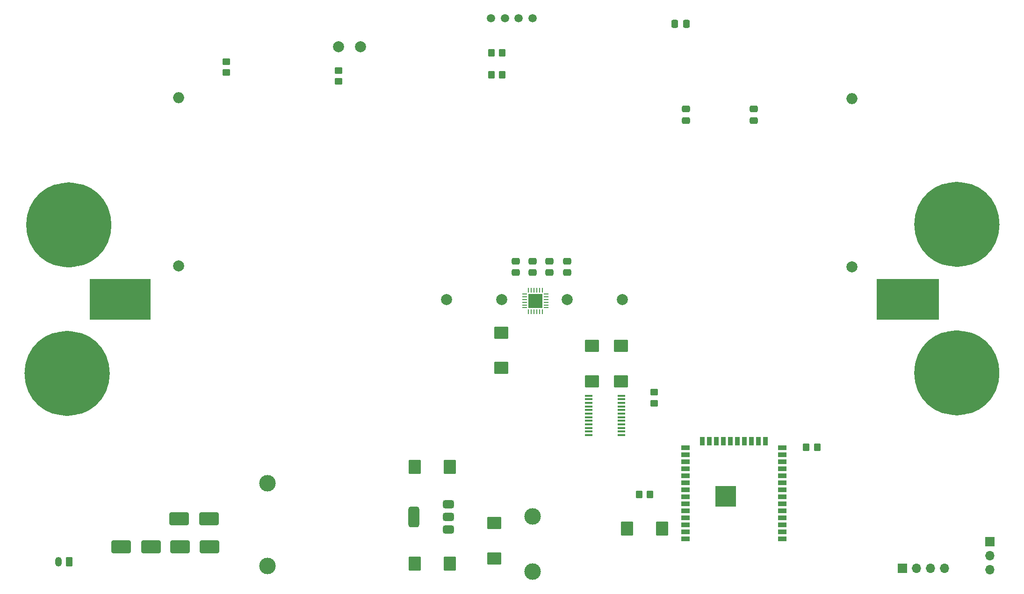
<source format=gbr>
G04 #@! TF.GenerationSoftware,KiCad,Pcbnew,8.0.1*
G04 #@! TF.CreationDate,2024-05-06T16:29:22+03:00*
G04 #@! TF.ProjectId,SmartAtt,536d6172-7441-4747-942e-6b696361645f,rev?*
G04 #@! TF.SameCoordinates,Original*
G04 #@! TF.FileFunction,Soldermask,Bot*
G04 #@! TF.FilePolarity,Negative*
%FSLAX46Y46*%
G04 Gerber Fmt 4.6, Leading zero omitted, Abs format (unit mm)*
G04 Created by KiCad (PCBNEW 8.0.1) date 2024-05-06 16:29:22*
%MOMM*%
%LPD*%
G01*
G04 APERTURE LIST*
G04 Aperture macros list*
%AMRoundRect*
0 Rectangle with rounded corners*
0 $1 Rounding radius*
0 $2 $3 $4 $5 $6 $7 $8 $9 X,Y pos of 4 corners*
0 Add a 4 corners polygon primitive as box body*
4,1,4,$2,$3,$4,$5,$6,$7,$8,$9,$2,$3,0*
0 Add four circle primitives for the rounded corners*
1,1,$1+$1,$2,$3*
1,1,$1+$1,$4,$5*
1,1,$1+$1,$6,$7*
1,1,$1+$1,$8,$9*
0 Add four rect primitives between the rounded corners*
20,1,$1+$1,$2,$3,$4,$5,0*
20,1,$1+$1,$4,$5,$6,$7,0*
20,1,$1+$1,$6,$7,$8,$9,0*
20,1,$1+$1,$8,$9,$2,$3,0*%
G04 Aperture macros list end*
%ADD10C,7.740254*%
%ADD11C,0.100000*%
%ADD12R,1.700000X1.700000*%
%ADD13O,1.700000X1.700000*%
%ADD14C,3.000000*%
%ADD15C,1.500000*%
%ADD16C,2.000000*%
%ADD17RoundRect,0.250000X0.350000X0.625000X-0.350000X0.625000X-0.350000X-0.625000X0.350000X-0.625000X0*%
%ADD18O,1.200000X1.750000*%
%ADD19RoundRect,0.250000X0.450000X-0.350000X0.450000X0.350000X-0.450000X0.350000X-0.450000X-0.350000X0*%
%ADD20RoundRect,0.250000X-1.500000X-0.900000X1.500000X-0.900000X1.500000X0.900000X-1.500000X0.900000X0*%
%ADD21RoundRect,0.250000X-0.475000X0.337500X-0.475000X-0.337500X0.475000X-0.337500X0.475000X0.337500X0*%
%ADD22RoundRect,0.250000X0.875000X1.025000X-0.875000X1.025000X-0.875000X-1.025000X0.875000X-1.025000X0*%
%ADD23RoundRect,0.250000X0.350000X0.450000X-0.350000X0.450000X-0.350000X-0.450000X0.350000X-0.450000X0*%
%ADD24RoundRect,0.250000X0.475000X-0.337500X0.475000X0.337500X-0.475000X0.337500X-0.475000X-0.337500X0*%
%ADD25RoundRect,0.250000X1.025000X-0.875000X1.025000X0.875000X-1.025000X0.875000X-1.025000X-0.875000X0*%
%ADD26RoundRect,0.250000X-0.350000X-0.450000X0.350000X-0.450000X0.350000X0.450000X-0.350000X0.450000X0*%
%ADD27RoundRect,0.250000X1.500000X0.900000X-1.500000X0.900000X-1.500000X-0.900000X1.500000X-0.900000X0*%
%ADD28R,1.500000X0.900000*%
%ADD29R,0.900000X1.500000*%
%ADD30C,0.600000*%
%ADD31R,3.800000X3.800000*%
%ADD32RoundRect,0.375000X0.625000X0.375000X-0.625000X0.375000X-0.625000X-0.375000X0.625000X-0.375000X0*%
%ADD33RoundRect,0.500000X0.500000X1.400000X-0.500000X1.400000X-0.500000X-1.400000X0.500000X-1.400000X0*%
%ADD34RoundRect,0.062500X-0.350000X-0.062500X0.350000X-0.062500X0.350000X0.062500X-0.350000X0.062500X0*%
%ADD35RoundRect,0.062500X-0.062500X-0.350000X0.062500X-0.350000X0.062500X0.350000X-0.062500X0.350000X0*%
%ADD36R,2.600000X2.600000*%
%ADD37O,2.000000X2.000000*%
%ADD38RoundRect,0.250000X0.337500X0.475000X-0.337500X0.475000X-0.337500X-0.475000X0.337500X-0.475000X0*%
%ADD39RoundRect,0.250000X-1.025000X0.875000X-1.025000X-0.875000X1.025000X-0.875000X1.025000X0.875000X0*%
%ADD40R,1.475000X0.450000*%
G04 APERTURE END LIST*
D10*
X235670127Y-77100000D02*
G75*
G02*
X227929873Y-77100000I-3870127J0D01*
G01*
X227929873Y-77100000D02*
G75*
G02*
X235670127Y-77100000I3870127J0D01*
G01*
X74860381Y-77200000D02*
G75*
G02*
X67120127Y-77200000I-3870127J0D01*
G01*
X67120127Y-77200000D02*
G75*
G02*
X74860381Y-77200000I3870127J0D01*
G01*
D11*
X74750000Y-87000000D02*
X85750000Y-87000000D01*
X85750000Y-94250000D01*
X74750000Y-94250000D01*
X74750000Y-87000000D01*
G36*
X74750000Y-87000000D02*
G01*
X85750000Y-87000000D01*
X85750000Y-94250000D01*
X74750000Y-94250000D01*
X74750000Y-87000000D01*
G37*
D10*
X74560381Y-104100000D02*
G75*
G02*
X66820127Y-104100000I-3870127J0D01*
G01*
X66820127Y-104100000D02*
G75*
G02*
X74560381Y-104100000I3870127J0D01*
G01*
D11*
X217250000Y-87000000D02*
X228500000Y-87000000D01*
X228500000Y-94250000D01*
X217250000Y-94250000D01*
X217250000Y-87000000D01*
G36*
X217250000Y-87000000D02*
G01*
X228500000Y-87000000D01*
X228500000Y-94250000D01*
X217250000Y-94250000D01*
X217250000Y-87000000D01*
G37*
D10*
X235660381Y-104000000D02*
G75*
G02*
X227920127Y-104000000I-3870127J0D01*
G01*
X227920127Y-104000000D02*
G75*
G02*
X235660381Y-104000000I3870127J0D01*
G01*
D12*
X237800000Y-134575000D03*
D13*
X237800000Y-137115000D03*
X237800000Y-139655000D03*
D14*
X107000000Y-139000000D03*
X107000000Y-124000000D03*
X155000000Y-130000000D03*
X155000000Y-140000000D03*
D15*
X147450000Y-39750000D03*
X149950000Y-39750000D03*
X152450000Y-39750000D03*
X154950000Y-39750000D03*
D16*
X119800000Y-44900000D03*
X123800000Y-44900000D03*
D17*
X71100000Y-138250000D03*
D18*
X69100000Y-138250000D03*
D12*
X221980000Y-139400000D03*
D13*
X224520000Y-139400000D03*
X227060000Y-139400000D03*
X229600000Y-139400000D03*
D19*
X177000000Y-109500000D03*
X177000000Y-107500000D03*
D20*
X80500000Y-135500000D03*
X85900000Y-135500000D03*
D21*
X182750000Y-56212500D03*
X182750000Y-58287500D03*
D16*
X171200000Y-90700000D03*
X161200000Y-90700000D03*
D22*
X178450000Y-132250000D03*
X172050000Y-132250000D03*
D23*
X149500000Y-46000000D03*
X147500000Y-46000000D03*
D24*
X158000000Y-85837500D03*
X158000000Y-83762500D03*
D25*
X171000000Y-105500000D03*
X171000000Y-99100000D03*
D26*
X174250000Y-126000000D03*
X176250000Y-126000000D03*
D24*
X155000000Y-85837500D03*
X155000000Y-83762500D03*
D27*
X96400000Y-130400000D03*
X91000000Y-130400000D03*
D25*
X148000000Y-137600000D03*
X148000000Y-131200000D03*
D28*
X182650000Y-134105000D03*
X182650000Y-132835000D03*
X182650000Y-131565000D03*
X182650000Y-130295000D03*
X182650000Y-129025000D03*
X182650000Y-127755000D03*
X182650000Y-126485000D03*
X182650000Y-125215000D03*
X182650000Y-123945000D03*
X182650000Y-122675000D03*
X182650000Y-121405000D03*
X182650000Y-120135000D03*
X182650000Y-118865000D03*
X182650000Y-117595000D03*
D29*
X185690000Y-116345000D03*
X186960000Y-116345000D03*
X188230000Y-116345000D03*
X189500000Y-116345000D03*
X190770000Y-116345000D03*
X192040000Y-116345000D03*
X193310000Y-116345000D03*
X194580000Y-116345000D03*
X195850000Y-116345000D03*
X197120000Y-116345000D03*
D28*
X200150000Y-117595000D03*
X200150000Y-118865000D03*
X200150000Y-120135000D03*
X200150000Y-121405000D03*
X200150000Y-122675000D03*
X200150000Y-123945000D03*
X200150000Y-125215000D03*
X200150000Y-126485000D03*
X200150000Y-127755000D03*
X200150000Y-129025000D03*
X200150000Y-130295000D03*
X200150000Y-131565000D03*
X200150000Y-132835000D03*
X200150000Y-134105000D03*
D30*
X188500000Y-125685000D03*
X188500000Y-127085000D03*
X189200000Y-124985000D03*
X189200000Y-126385000D03*
X189200000Y-127785000D03*
X189875000Y-125685000D03*
X189875000Y-127085000D03*
D31*
X189900000Y-126385000D03*
D30*
X190600000Y-124985000D03*
X190600000Y-126385000D03*
X190600000Y-127785000D03*
X191300000Y-125685000D03*
X191300000Y-127085000D03*
D20*
X91100000Y-135500000D03*
X96500000Y-135500000D03*
D32*
X139750000Y-127800000D03*
X139750000Y-130100000D03*
D33*
X133450000Y-130100000D03*
D32*
X139750000Y-132400000D03*
D34*
X153562500Y-92200000D03*
X153562500Y-91700000D03*
X153562500Y-91200000D03*
X153562500Y-90700000D03*
X153562500Y-90200000D03*
X153562500Y-89700000D03*
D35*
X154250000Y-89012500D03*
X154750000Y-89012500D03*
X155250000Y-89012500D03*
X155750000Y-89012500D03*
X156250000Y-89012500D03*
X156750000Y-89012500D03*
D34*
X157437500Y-89700000D03*
X157437500Y-90200000D03*
X157437500Y-90700000D03*
X157437500Y-91200000D03*
X157437500Y-91700000D03*
X157437500Y-92200000D03*
D35*
X156750000Y-92887500D03*
X156250000Y-92887500D03*
X155750000Y-92887500D03*
X155250000Y-92887500D03*
X154750000Y-92887500D03*
X154250000Y-92887500D03*
D36*
X155500000Y-90950000D03*
D19*
X119800000Y-51200000D03*
X119800000Y-49200000D03*
D16*
X90850000Y-84595000D03*
D37*
X90850000Y-54115000D03*
D22*
X140000000Y-138600000D03*
X133600000Y-138600000D03*
D19*
X99500000Y-49600000D03*
X99500000Y-47600000D03*
D38*
X182787500Y-40750000D03*
X180712500Y-40750000D03*
D25*
X165700000Y-105500000D03*
X165700000Y-99100000D03*
D16*
X212800000Y-84795000D03*
D37*
X212800000Y-54315000D03*
D39*
X149300000Y-96700000D03*
X149300000Y-103100000D03*
D24*
X161200000Y-85837500D03*
X161200000Y-83762500D03*
D26*
X204500000Y-117500000D03*
X206500000Y-117500000D03*
D40*
X171038000Y-108125000D03*
X171038000Y-108775000D03*
X171038000Y-109425000D03*
X171038000Y-110075000D03*
X171038000Y-110725000D03*
X171038000Y-111375000D03*
X171038000Y-112025000D03*
X171038000Y-112675000D03*
X171038000Y-113325000D03*
X171038000Y-113975000D03*
X171038000Y-114625000D03*
X171038000Y-115275000D03*
X165162000Y-115275000D03*
X165162000Y-114625000D03*
X165162000Y-113975000D03*
X165162000Y-113325000D03*
X165162000Y-112675000D03*
X165162000Y-112025000D03*
X165162000Y-111375000D03*
X165162000Y-110725000D03*
X165162000Y-110075000D03*
X165162000Y-109425000D03*
X165162000Y-108775000D03*
X165162000Y-108125000D03*
D21*
X195000000Y-56212500D03*
X195000000Y-58287500D03*
D24*
X151900000Y-85837500D03*
X151900000Y-83762500D03*
D16*
X149400000Y-90700000D03*
X139400000Y-90700000D03*
D26*
X147500000Y-50000000D03*
X149500000Y-50000000D03*
D22*
X140000000Y-121000000D03*
X133600000Y-121000000D03*
M02*

</source>
